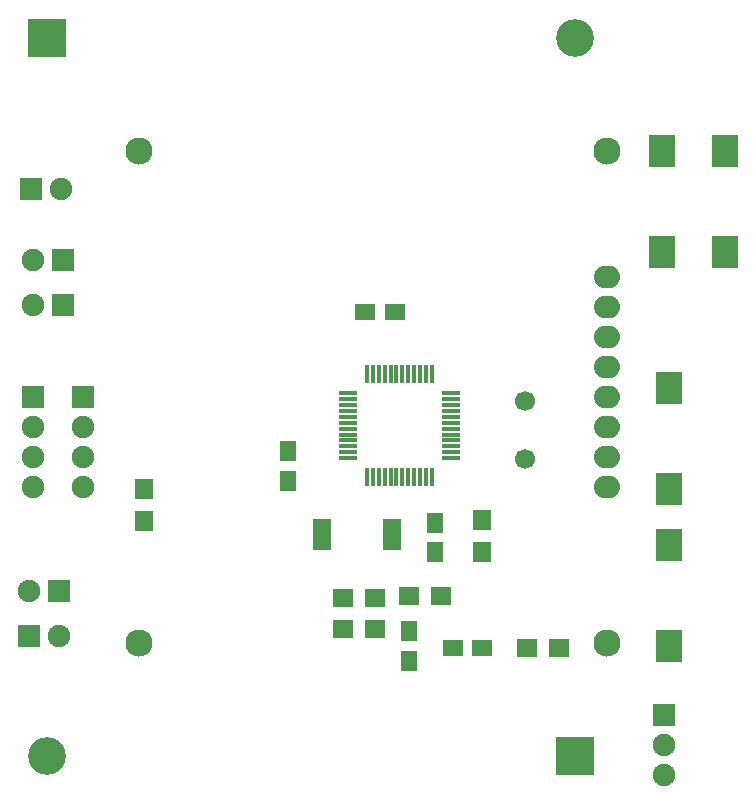
<source format=gts>
G04 #@! TF.FileFunction,Soldermask,Top*
%FSLAX46Y46*%
G04 Gerber Fmt 4.6, Leading zero omitted, Abs format (unit mm)*
G04 Created by KiCad (PCBNEW 4.0.7) date 11/23/17 22:00:10*
%MOMM*%
%LPD*%
G01*
G04 APERTURE LIST*
%ADD10C,0.100000*%
%ADD11C,1.700000*%
%ADD12R,3.200000X3.200000*%
%ADD13C,3.200000*%
%ADD14R,1.700000X1.450000*%
%ADD15R,1.450000X1.700000*%
%ADD16R,1.900000X1.900000*%
%ADD17O,1.900000X1.900000*%
%ADD18R,1.700000X1.500000*%
%ADD19R,1.500000X1.700000*%
%ADD20R,2.200000X2.700000*%
%ADD21R,1.650000X0.650000*%
%ADD22R,1.500000X0.450000*%
%ADD23R,0.450000X1.500000*%
%ADD24O,2.200000X1.924000*%
%ADD25C,2.300000*%
G04 APERTURE END LIST*
D10*
D11*
X179600000Y-133800000D03*
X179600000Y-128920000D03*
D12*
X183900000Y-159000000D03*
D13*
X139200000Y-159000000D03*
D12*
X139200000Y-98200000D03*
D13*
X183900000Y-98200000D03*
D14*
X166100000Y-121400000D03*
X168600000Y-121400000D03*
D15*
X159600000Y-135650000D03*
X159600000Y-133150000D03*
D14*
X173500000Y-149800000D03*
X176000000Y-149800000D03*
D15*
X172000000Y-141700000D03*
X172000000Y-139200000D03*
X169800000Y-148400000D03*
X169800000Y-150900000D03*
D16*
X138000000Y-128580000D03*
D17*
X138000000Y-131120000D03*
X138000000Y-133660000D03*
X138000000Y-136200000D03*
D16*
X142200000Y-128580000D03*
D17*
X142200000Y-131120000D03*
X142200000Y-133660000D03*
X142200000Y-136200000D03*
D16*
X140200000Y-145000000D03*
D17*
X137660000Y-145000000D03*
D16*
X137800000Y-111000000D03*
D17*
X140340000Y-111000000D03*
D16*
X137660000Y-148800000D03*
D17*
X140200000Y-148800000D03*
D16*
X140540000Y-120800000D03*
D17*
X138000000Y-120800000D03*
D16*
X140540000Y-117000000D03*
D17*
X138000000Y-117000000D03*
D18*
X179800000Y-149800000D03*
X182500000Y-149800000D03*
X172500000Y-145400000D03*
X169800000Y-145400000D03*
D19*
X147400000Y-139100000D03*
X147400000Y-136400000D03*
X176000000Y-141700000D03*
X176000000Y-139000000D03*
D16*
X191400000Y-155460000D03*
D17*
X191400000Y-158000000D03*
X191400000Y-160540000D03*
D20*
X196600000Y-107720000D03*
X196600000Y-116280000D03*
X191200000Y-107720000D03*
X191200000Y-116280000D03*
X191800000Y-127840000D03*
X191800000Y-136400000D03*
X191800000Y-141120000D03*
X191800000Y-149680000D03*
D21*
X168350000Y-141175000D03*
X168350000Y-140525000D03*
X168350000Y-139875000D03*
X168350000Y-139225000D03*
X162450000Y-139225000D03*
X162450000Y-139875000D03*
X162450000Y-140525000D03*
X162450000Y-141175000D03*
D22*
X173350000Y-133750000D03*
X173350000Y-133250000D03*
X173350000Y-132750000D03*
X173350000Y-132250000D03*
X173350000Y-131750000D03*
X173350000Y-131250000D03*
X173350000Y-130750000D03*
X173350000Y-130250000D03*
X173350000Y-129750000D03*
X173350000Y-129250000D03*
X173350000Y-128750000D03*
X173350000Y-128250000D03*
D23*
X171750000Y-126650000D03*
X171250000Y-126650000D03*
X170750000Y-126650000D03*
X170250000Y-126650000D03*
X169750000Y-126650000D03*
X169250000Y-126650000D03*
X168750000Y-126650000D03*
X168250000Y-126650000D03*
X167750000Y-126650000D03*
X167250000Y-126650000D03*
X166750000Y-126650000D03*
X166250000Y-126650000D03*
D22*
X164650000Y-128250000D03*
X164650000Y-128750000D03*
X164650000Y-129250000D03*
X164650000Y-129750000D03*
X164650000Y-130250000D03*
X164650000Y-130750000D03*
X164650000Y-131250000D03*
X164650000Y-131750000D03*
X164650000Y-132250000D03*
X164650000Y-132750000D03*
X164650000Y-133250000D03*
X164650000Y-133750000D03*
D23*
X166250000Y-135350000D03*
X166750000Y-135350000D03*
X167250000Y-135350000D03*
X167750000Y-135350000D03*
X168250000Y-135350000D03*
X168750000Y-135350000D03*
X169250000Y-135350000D03*
X169750000Y-135350000D03*
X170250000Y-135350000D03*
X170750000Y-135350000D03*
X171250000Y-135350000D03*
X171750000Y-135350000D03*
D18*
X166900000Y-148200000D03*
X164200000Y-148200000D03*
X166900000Y-145600000D03*
X164200000Y-145600000D03*
D24*
X186600000Y-118370000D03*
X186600000Y-120910000D03*
X186600000Y-123450000D03*
X186600000Y-125990000D03*
X186600000Y-128530000D03*
X186600000Y-131070000D03*
X186600000Y-133610000D03*
X186600000Y-136150000D03*
D25*
X186600000Y-107702000D03*
X186600000Y-149358000D03*
X146976000Y-149358000D03*
X146976000Y-107702000D03*
M02*

</source>
